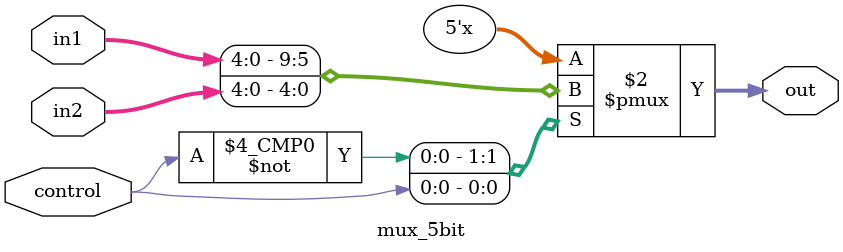
<source format=v>
`timescale 1ns / 1ps


module mux_5bit(
input control,
input [4:0] in1,
input [4:0] in2,
output reg [4:0] out
    );
    always @(*) begin
    out = 5'b00000;
    case(control)
    1'b0: out = in1;
    1'b1: out = in2;
    endcase
    end
endmodule

</source>
